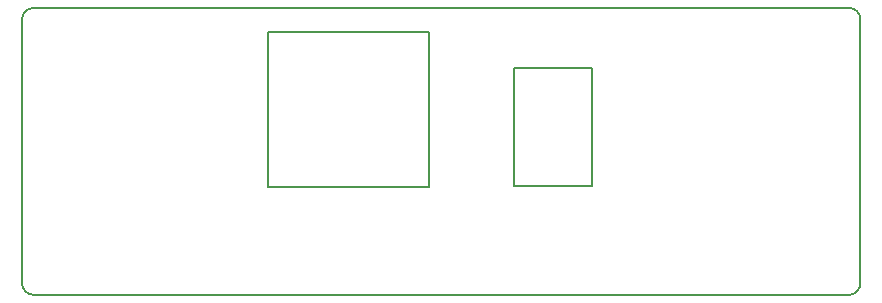
<source format=gbr>
G04 #@! TF.FileFunction,Profile,NP*
%FSLAX46Y46*%
G04 Gerber Fmt 4.6, Leading zero omitted, Abs format (unit mm)*
G04 Created by KiCad (PCBNEW no-vcs-found-product) date Thu Jun 30 10:26:49 2016*
%MOMM*%
%LPD*%
G01*
G04 APERTURE LIST*
%ADD10C,0.100000*%
%ADD11C,0.150000*%
G04 APERTURE END LIST*
D10*
D11*
X156310000Y-92800000D02*
X149670000Y-92800000D01*
X156310000Y-82800000D02*
X156310000Y-92800000D01*
X149670000Y-82800000D02*
X156310000Y-82800000D01*
X149670000Y-92800000D02*
X149670000Y-82800000D01*
X128840000Y-92850000D02*
X128840000Y-79770000D01*
X128840000Y-79770000D02*
X142440000Y-79770000D01*
X142440000Y-92850000D02*
X142440000Y-79770000D01*
X128840000Y-92850000D02*
X142440000Y-92850000D01*
X108000000Y-101000000D02*
G75*
G03X109000000Y-102000000I1000000J0D01*
G01*
X178000000Y-102000000D02*
G75*
G03X179000000Y-101000000I0J1000000D01*
G01*
X179000000Y-78700000D02*
G75*
G03X178000000Y-77700000I-1000000J0D01*
G01*
X109000000Y-77700000D02*
G75*
G03X108000000Y-78700000I0J-1000000D01*
G01*
X108000000Y-101000000D02*
X108000000Y-78700000D01*
X178000000Y-102000000D02*
X109000000Y-102000000D01*
X179000000Y-78700000D02*
X179000000Y-101000000D01*
X109000000Y-77700000D02*
X178000000Y-77700000D01*
M02*

</source>
